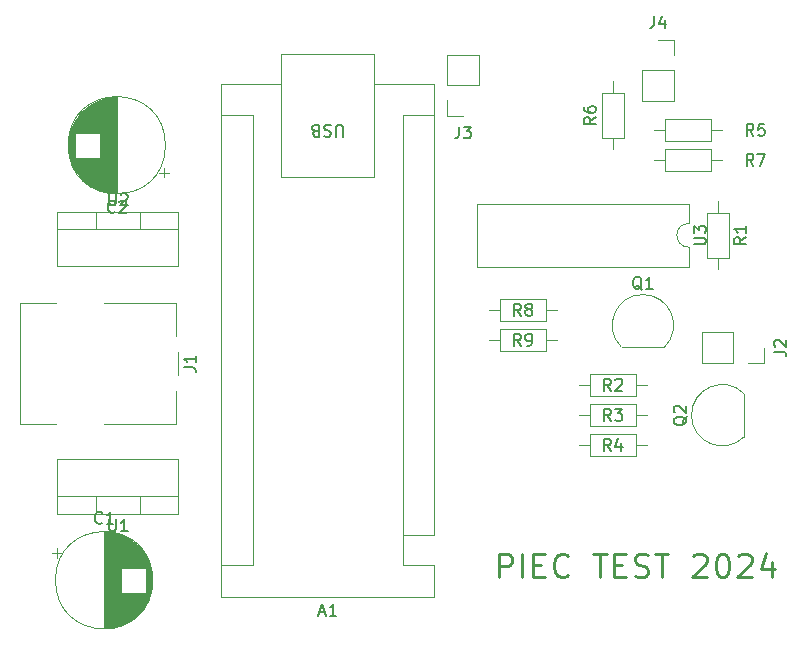
<source format=gbr>
%TF.GenerationSoftware,KiCad,Pcbnew,7.0.2*%
%TF.CreationDate,2024-03-01T12:34:03+01:00*%
%TF.ProjectId,piec_oszust,70696563-5f6f-4737-9a75-73742e6b6963,rev?*%
%TF.SameCoordinates,Original*%
%TF.FileFunction,Legend,Top*%
%TF.FilePolarity,Positive*%
%FSLAX46Y46*%
G04 Gerber Fmt 4.6, Leading zero omitted, Abs format (unit mm)*
G04 Created by KiCad (PCBNEW 7.0.2) date 2024-03-01 12:34:03*
%MOMM*%
%LPD*%
G01*
G04 APERTURE LIST*
%ADD10C,0.250000*%
%ADD11C,0.150000*%
%ADD12C,0.120000*%
G04 APERTURE END LIST*
D10*
X74136190Y-93735238D02*
X74136190Y-91735238D01*
X74136190Y-91735238D02*
X74898095Y-91735238D01*
X74898095Y-91735238D02*
X75088571Y-91830476D01*
X75088571Y-91830476D02*
X75183809Y-91925714D01*
X75183809Y-91925714D02*
X75279047Y-92116190D01*
X75279047Y-92116190D02*
X75279047Y-92401904D01*
X75279047Y-92401904D02*
X75183809Y-92592380D01*
X75183809Y-92592380D02*
X75088571Y-92687619D01*
X75088571Y-92687619D02*
X74898095Y-92782857D01*
X74898095Y-92782857D02*
X74136190Y-92782857D01*
X76136190Y-93735238D02*
X76136190Y-91735238D01*
X77088571Y-92687619D02*
X77755238Y-92687619D01*
X78040952Y-93735238D02*
X77088571Y-93735238D01*
X77088571Y-93735238D02*
X77088571Y-91735238D01*
X77088571Y-91735238D02*
X78040952Y-91735238D01*
X80040952Y-93544761D02*
X79945714Y-93640000D01*
X79945714Y-93640000D02*
X79660000Y-93735238D01*
X79660000Y-93735238D02*
X79469524Y-93735238D01*
X79469524Y-93735238D02*
X79183809Y-93640000D01*
X79183809Y-93640000D02*
X78993333Y-93449523D01*
X78993333Y-93449523D02*
X78898095Y-93259047D01*
X78898095Y-93259047D02*
X78802857Y-92878095D01*
X78802857Y-92878095D02*
X78802857Y-92592380D01*
X78802857Y-92592380D02*
X78898095Y-92211428D01*
X78898095Y-92211428D02*
X78993333Y-92020952D01*
X78993333Y-92020952D02*
X79183809Y-91830476D01*
X79183809Y-91830476D02*
X79469524Y-91735238D01*
X79469524Y-91735238D02*
X79660000Y-91735238D01*
X79660000Y-91735238D02*
X79945714Y-91830476D01*
X79945714Y-91830476D02*
X80040952Y-91925714D01*
X82136191Y-91735238D02*
X83279048Y-91735238D01*
X82707619Y-93735238D02*
X82707619Y-91735238D01*
X83945715Y-92687619D02*
X84612382Y-92687619D01*
X84898096Y-93735238D02*
X83945715Y-93735238D01*
X83945715Y-93735238D02*
X83945715Y-91735238D01*
X83945715Y-91735238D02*
X84898096Y-91735238D01*
X85660001Y-93640000D02*
X85945715Y-93735238D01*
X85945715Y-93735238D02*
X86421906Y-93735238D01*
X86421906Y-93735238D02*
X86612382Y-93640000D01*
X86612382Y-93640000D02*
X86707620Y-93544761D01*
X86707620Y-93544761D02*
X86802858Y-93354285D01*
X86802858Y-93354285D02*
X86802858Y-93163809D01*
X86802858Y-93163809D02*
X86707620Y-92973333D01*
X86707620Y-92973333D02*
X86612382Y-92878095D01*
X86612382Y-92878095D02*
X86421906Y-92782857D01*
X86421906Y-92782857D02*
X86040953Y-92687619D01*
X86040953Y-92687619D02*
X85850477Y-92592380D01*
X85850477Y-92592380D02*
X85755239Y-92497142D01*
X85755239Y-92497142D02*
X85660001Y-92306666D01*
X85660001Y-92306666D02*
X85660001Y-92116190D01*
X85660001Y-92116190D02*
X85755239Y-91925714D01*
X85755239Y-91925714D02*
X85850477Y-91830476D01*
X85850477Y-91830476D02*
X86040953Y-91735238D01*
X86040953Y-91735238D02*
X86517144Y-91735238D01*
X86517144Y-91735238D02*
X86802858Y-91830476D01*
X87374287Y-91735238D02*
X88517144Y-91735238D01*
X87945715Y-93735238D02*
X87945715Y-91735238D01*
X90612383Y-91925714D02*
X90707621Y-91830476D01*
X90707621Y-91830476D02*
X90898097Y-91735238D01*
X90898097Y-91735238D02*
X91374288Y-91735238D01*
X91374288Y-91735238D02*
X91564764Y-91830476D01*
X91564764Y-91830476D02*
X91660002Y-91925714D01*
X91660002Y-91925714D02*
X91755240Y-92116190D01*
X91755240Y-92116190D02*
X91755240Y-92306666D01*
X91755240Y-92306666D02*
X91660002Y-92592380D01*
X91660002Y-92592380D02*
X90517145Y-93735238D01*
X90517145Y-93735238D02*
X91755240Y-93735238D01*
X92993335Y-91735238D02*
X93183812Y-91735238D01*
X93183812Y-91735238D02*
X93374288Y-91830476D01*
X93374288Y-91830476D02*
X93469526Y-91925714D01*
X93469526Y-91925714D02*
X93564764Y-92116190D01*
X93564764Y-92116190D02*
X93660002Y-92497142D01*
X93660002Y-92497142D02*
X93660002Y-92973333D01*
X93660002Y-92973333D02*
X93564764Y-93354285D01*
X93564764Y-93354285D02*
X93469526Y-93544761D01*
X93469526Y-93544761D02*
X93374288Y-93640000D01*
X93374288Y-93640000D02*
X93183812Y-93735238D01*
X93183812Y-93735238D02*
X92993335Y-93735238D01*
X92993335Y-93735238D02*
X92802859Y-93640000D01*
X92802859Y-93640000D02*
X92707621Y-93544761D01*
X92707621Y-93544761D02*
X92612383Y-93354285D01*
X92612383Y-93354285D02*
X92517145Y-92973333D01*
X92517145Y-92973333D02*
X92517145Y-92497142D01*
X92517145Y-92497142D02*
X92612383Y-92116190D01*
X92612383Y-92116190D02*
X92707621Y-91925714D01*
X92707621Y-91925714D02*
X92802859Y-91830476D01*
X92802859Y-91830476D02*
X92993335Y-91735238D01*
X94421907Y-91925714D02*
X94517145Y-91830476D01*
X94517145Y-91830476D02*
X94707621Y-91735238D01*
X94707621Y-91735238D02*
X95183812Y-91735238D01*
X95183812Y-91735238D02*
X95374288Y-91830476D01*
X95374288Y-91830476D02*
X95469526Y-91925714D01*
X95469526Y-91925714D02*
X95564764Y-92116190D01*
X95564764Y-92116190D02*
X95564764Y-92306666D01*
X95564764Y-92306666D02*
X95469526Y-92592380D01*
X95469526Y-92592380D02*
X94326669Y-93735238D01*
X94326669Y-93735238D02*
X95564764Y-93735238D01*
X97279050Y-92401904D02*
X97279050Y-93735238D01*
X96802859Y-91640000D02*
X96326669Y-93068571D01*
X96326669Y-93068571D02*
X97564764Y-93068571D01*
D11*
%TO.C,A1*%
X58975714Y-96696904D02*
X59451904Y-96696904D01*
X58880476Y-96982619D02*
X59213809Y-95982619D01*
X59213809Y-95982619D02*
X59547142Y-96982619D01*
X60404285Y-96982619D02*
X59832857Y-96982619D01*
X60118571Y-96982619D02*
X60118571Y-95982619D01*
X60118571Y-95982619D02*
X60023333Y-96125476D01*
X60023333Y-96125476D02*
X59928095Y-96220714D01*
X59928095Y-96220714D02*
X59832857Y-96268333D01*
X60951904Y-56417380D02*
X60951904Y-55607857D01*
X60951904Y-55607857D02*
X60904285Y-55512619D01*
X60904285Y-55512619D02*
X60856666Y-55465000D01*
X60856666Y-55465000D02*
X60761428Y-55417380D01*
X60761428Y-55417380D02*
X60570952Y-55417380D01*
X60570952Y-55417380D02*
X60475714Y-55465000D01*
X60475714Y-55465000D02*
X60428095Y-55512619D01*
X60428095Y-55512619D02*
X60380476Y-55607857D01*
X60380476Y-55607857D02*
X60380476Y-56417380D01*
X59951904Y-55465000D02*
X59809047Y-55417380D01*
X59809047Y-55417380D02*
X59570952Y-55417380D01*
X59570952Y-55417380D02*
X59475714Y-55465000D01*
X59475714Y-55465000D02*
X59428095Y-55512619D01*
X59428095Y-55512619D02*
X59380476Y-55607857D01*
X59380476Y-55607857D02*
X59380476Y-55703095D01*
X59380476Y-55703095D02*
X59428095Y-55798333D01*
X59428095Y-55798333D02*
X59475714Y-55845952D01*
X59475714Y-55845952D02*
X59570952Y-55893571D01*
X59570952Y-55893571D02*
X59761428Y-55941190D01*
X59761428Y-55941190D02*
X59856666Y-55988809D01*
X59856666Y-55988809D02*
X59904285Y-56036428D01*
X59904285Y-56036428D02*
X59951904Y-56131666D01*
X59951904Y-56131666D02*
X59951904Y-56226904D01*
X59951904Y-56226904D02*
X59904285Y-56322142D01*
X59904285Y-56322142D02*
X59856666Y-56369761D01*
X59856666Y-56369761D02*
X59761428Y-56417380D01*
X59761428Y-56417380D02*
X59523333Y-56417380D01*
X59523333Y-56417380D02*
X59380476Y-56369761D01*
X58618571Y-55941190D02*
X58475714Y-55893571D01*
X58475714Y-55893571D02*
X58428095Y-55845952D01*
X58428095Y-55845952D02*
X58380476Y-55750714D01*
X58380476Y-55750714D02*
X58380476Y-55607857D01*
X58380476Y-55607857D02*
X58428095Y-55512619D01*
X58428095Y-55512619D02*
X58475714Y-55465000D01*
X58475714Y-55465000D02*
X58570952Y-55417380D01*
X58570952Y-55417380D02*
X58951904Y-55417380D01*
X58951904Y-55417380D02*
X58951904Y-56417380D01*
X58951904Y-56417380D02*
X58618571Y-56417380D01*
X58618571Y-56417380D02*
X58523333Y-56369761D01*
X58523333Y-56369761D02*
X58475714Y-56322142D01*
X58475714Y-56322142D02*
X58428095Y-56226904D01*
X58428095Y-56226904D02*
X58428095Y-56131666D01*
X58428095Y-56131666D02*
X58475714Y-56036428D01*
X58475714Y-56036428D02*
X58523333Y-55988809D01*
X58523333Y-55988809D02*
X58618571Y-55941190D01*
X58618571Y-55941190D02*
X58951904Y-55941190D01*
%TO.C,R1*%
X95092619Y-64936666D02*
X94616428Y-65269999D01*
X95092619Y-65508094D02*
X94092619Y-65508094D01*
X94092619Y-65508094D02*
X94092619Y-65127142D01*
X94092619Y-65127142D02*
X94140238Y-65031904D01*
X94140238Y-65031904D02*
X94187857Y-64984285D01*
X94187857Y-64984285D02*
X94283095Y-64936666D01*
X94283095Y-64936666D02*
X94425952Y-64936666D01*
X94425952Y-64936666D02*
X94521190Y-64984285D01*
X94521190Y-64984285D02*
X94568809Y-65031904D01*
X94568809Y-65031904D02*
X94616428Y-65127142D01*
X94616428Y-65127142D02*
X94616428Y-65508094D01*
X95092619Y-63984285D02*
X95092619Y-64555713D01*
X95092619Y-64269999D02*
X94092619Y-64269999D01*
X94092619Y-64269999D02*
X94235476Y-64365237D01*
X94235476Y-64365237D02*
X94330714Y-64460475D01*
X94330714Y-64460475D02*
X94378333Y-64555713D01*
%TO.C,J3*%
X70786666Y-55572619D02*
X70786666Y-56286904D01*
X70786666Y-56286904D02*
X70739047Y-56429761D01*
X70739047Y-56429761D02*
X70643809Y-56525000D01*
X70643809Y-56525000D02*
X70500952Y-56572619D01*
X70500952Y-56572619D02*
X70405714Y-56572619D01*
X71167619Y-55572619D02*
X71786666Y-55572619D01*
X71786666Y-55572619D02*
X71453333Y-55953571D01*
X71453333Y-55953571D02*
X71596190Y-55953571D01*
X71596190Y-55953571D02*
X71691428Y-56001190D01*
X71691428Y-56001190D02*
X71739047Y-56048809D01*
X71739047Y-56048809D02*
X71786666Y-56144047D01*
X71786666Y-56144047D02*
X71786666Y-56382142D01*
X71786666Y-56382142D02*
X71739047Y-56477380D01*
X71739047Y-56477380D02*
X71691428Y-56525000D01*
X71691428Y-56525000D02*
X71596190Y-56572619D01*
X71596190Y-56572619D02*
X71310476Y-56572619D01*
X71310476Y-56572619D02*
X71215238Y-56525000D01*
X71215238Y-56525000D02*
X71167619Y-56477380D01*
%TO.C,U2*%
X41148095Y-61232619D02*
X41148095Y-62042142D01*
X41148095Y-62042142D02*
X41195714Y-62137380D01*
X41195714Y-62137380D02*
X41243333Y-62185000D01*
X41243333Y-62185000D02*
X41338571Y-62232619D01*
X41338571Y-62232619D02*
X41529047Y-62232619D01*
X41529047Y-62232619D02*
X41624285Y-62185000D01*
X41624285Y-62185000D02*
X41671904Y-62137380D01*
X41671904Y-62137380D02*
X41719523Y-62042142D01*
X41719523Y-62042142D02*
X41719523Y-61232619D01*
X42148095Y-61327857D02*
X42195714Y-61280238D01*
X42195714Y-61280238D02*
X42290952Y-61232619D01*
X42290952Y-61232619D02*
X42529047Y-61232619D01*
X42529047Y-61232619D02*
X42624285Y-61280238D01*
X42624285Y-61280238D02*
X42671904Y-61327857D01*
X42671904Y-61327857D02*
X42719523Y-61423095D01*
X42719523Y-61423095D02*
X42719523Y-61518333D01*
X42719523Y-61518333D02*
X42671904Y-61661190D01*
X42671904Y-61661190D02*
X42100476Y-62232619D01*
X42100476Y-62232619D02*
X42719523Y-62232619D01*
%TO.C,J2*%
X97482619Y-74628333D02*
X98196904Y-74628333D01*
X98196904Y-74628333D02*
X98339761Y-74675952D01*
X98339761Y-74675952D02*
X98435000Y-74771190D01*
X98435000Y-74771190D02*
X98482619Y-74914047D01*
X98482619Y-74914047D02*
X98482619Y-75009285D01*
X97577857Y-74199761D02*
X97530238Y-74152142D01*
X97530238Y-74152142D02*
X97482619Y-74056904D01*
X97482619Y-74056904D02*
X97482619Y-73818809D01*
X97482619Y-73818809D02*
X97530238Y-73723571D01*
X97530238Y-73723571D02*
X97577857Y-73675952D01*
X97577857Y-73675952D02*
X97673095Y-73628333D01*
X97673095Y-73628333D02*
X97768333Y-73628333D01*
X97768333Y-73628333D02*
X97911190Y-73675952D01*
X97911190Y-73675952D02*
X98482619Y-74247380D01*
X98482619Y-74247380D02*
X98482619Y-73628333D01*
%TO.C,R7*%
X95718333Y-58882619D02*
X95385000Y-58406428D01*
X95146905Y-58882619D02*
X95146905Y-57882619D01*
X95146905Y-57882619D02*
X95527857Y-57882619D01*
X95527857Y-57882619D02*
X95623095Y-57930238D01*
X95623095Y-57930238D02*
X95670714Y-57977857D01*
X95670714Y-57977857D02*
X95718333Y-58073095D01*
X95718333Y-58073095D02*
X95718333Y-58215952D01*
X95718333Y-58215952D02*
X95670714Y-58311190D01*
X95670714Y-58311190D02*
X95623095Y-58358809D01*
X95623095Y-58358809D02*
X95527857Y-58406428D01*
X95527857Y-58406428D02*
X95146905Y-58406428D01*
X96051667Y-57882619D02*
X96718333Y-57882619D01*
X96718333Y-57882619D02*
X96289762Y-58882619D01*
%TO.C,J4*%
X87296666Y-46222619D02*
X87296666Y-46936904D01*
X87296666Y-46936904D02*
X87249047Y-47079761D01*
X87249047Y-47079761D02*
X87153809Y-47175000D01*
X87153809Y-47175000D02*
X87010952Y-47222619D01*
X87010952Y-47222619D02*
X86915714Y-47222619D01*
X88201428Y-46555952D02*
X88201428Y-47222619D01*
X87963333Y-46175000D02*
X87725238Y-46889285D01*
X87725238Y-46889285D02*
X88344285Y-46889285D01*
%TO.C,R3*%
X83653333Y-80472619D02*
X83320000Y-79996428D01*
X83081905Y-80472619D02*
X83081905Y-79472619D01*
X83081905Y-79472619D02*
X83462857Y-79472619D01*
X83462857Y-79472619D02*
X83558095Y-79520238D01*
X83558095Y-79520238D02*
X83605714Y-79567857D01*
X83605714Y-79567857D02*
X83653333Y-79663095D01*
X83653333Y-79663095D02*
X83653333Y-79805952D01*
X83653333Y-79805952D02*
X83605714Y-79901190D01*
X83605714Y-79901190D02*
X83558095Y-79948809D01*
X83558095Y-79948809D02*
X83462857Y-79996428D01*
X83462857Y-79996428D02*
X83081905Y-79996428D01*
X83986667Y-79472619D02*
X84605714Y-79472619D01*
X84605714Y-79472619D02*
X84272381Y-79853571D01*
X84272381Y-79853571D02*
X84415238Y-79853571D01*
X84415238Y-79853571D02*
X84510476Y-79901190D01*
X84510476Y-79901190D02*
X84558095Y-79948809D01*
X84558095Y-79948809D02*
X84605714Y-80044047D01*
X84605714Y-80044047D02*
X84605714Y-80282142D01*
X84605714Y-80282142D02*
X84558095Y-80377380D01*
X84558095Y-80377380D02*
X84510476Y-80425000D01*
X84510476Y-80425000D02*
X84415238Y-80472619D01*
X84415238Y-80472619D02*
X84129524Y-80472619D01*
X84129524Y-80472619D02*
X84034286Y-80425000D01*
X84034286Y-80425000D02*
X83986667Y-80377380D01*
%TO.C,R4*%
X83653333Y-83012619D02*
X83320000Y-82536428D01*
X83081905Y-83012619D02*
X83081905Y-82012619D01*
X83081905Y-82012619D02*
X83462857Y-82012619D01*
X83462857Y-82012619D02*
X83558095Y-82060238D01*
X83558095Y-82060238D02*
X83605714Y-82107857D01*
X83605714Y-82107857D02*
X83653333Y-82203095D01*
X83653333Y-82203095D02*
X83653333Y-82345952D01*
X83653333Y-82345952D02*
X83605714Y-82441190D01*
X83605714Y-82441190D02*
X83558095Y-82488809D01*
X83558095Y-82488809D02*
X83462857Y-82536428D01*
X83462857Y-82536428D02*
X83081905Y-82536428D01*
X84510476Y-82345952D02*
X84510476Y-83012619D01*
X84272381Y-81965000D02*
X84034286Y-82679285D01*
X84034286Y-82679285D02*
X84653333Y-82679285D01*
%TO.C,R9*%
X76033333Y-74122619D02*
X75700000Y-73646428D01*
X75461905Y-74122619D02*
X75461905Y-73122619D01*
X75461905Y-73122619D02*
X75842857Y-73122619D01*
X75842857Y-73122619D02*
X75938095Y-73170238D01*
X75938095Y-73170238D02*
X75985714Y-73217857D01*
X75985714Y-73217857D02*
X76033333Y-73313095D01*
X76033333Y-73313095D02*
X76033333Y-73455952D01*
X76033333Y-73455952D02*
X75985714Y-73551190D01*
X75985714Y-73551190D02*
X75938095Y-73598809D01*
X75938095Y-73598809D02*
X75842857Y-73646428D01*
X75842857Y-73646428D02*
X75461905Y-73646428D01*
X76509524Y-74122619D02*
X76700000Y-74122619D01*
X76700000Y-74122619D02*
X76795238Y-74075000D01*
X76795238Y-74075000D02*
X76842857Y-74027380D01*
X76842857Y-74027380D02*
X76938095Y-73884523D01*
X76938095Y-73884523D02*
X76985714Y-73694047D01*
X76985714Y-73694047D02*
X76985714Y-73313095D01*
X76985714Y-73313095D02*
X76938095Y-73217857D01*
X76938095Y-73217857D02*
X76890476Y-73170238D01*
X76890476Y-73170238D02*
X76795238Y-73122619D01*
X76795238Y-73122619D02*
X76604762Y-73122619D01*
X76604762Y-73122619D02*
X76509524Y-73170238D01*
X76509524Y-73170238D02*
X76461905Y-73217857D01*
X76461905Y-73217857D02*
X76414286Y-73313095D01*
X76414286Y-73313095D02*
X76414286Y-73551190D01*
X76414286Y-73551190D02*
X76461905Y-73646428D01*
X76461905Y-73646428D02*
X76509524Y-73694047D01*
X76509524Y-73694047D02*
X76604762Y-73741666D01*
X76604762Y-73741666D02*
X76795238Y-73741666D01*
X76795238Y-73741666D02*
X76890476Y-73694047D01*
X76890476Y-73694047D02*
X76938095Y-73646428D01*
X76938095Y-73646428D02*
X76985714Y-73551190D01*
%TO.C,R8*%
X76033333Y-71582619D02*
X75700000Y-71106428D01*
X75461905Y-71582619D02*
X75461905Y-70582619D01*
X75461905Y-70582619D02*
X75842857Y-70582619D01*
X75842857Y-70582619D02*
X75938095Y-70630238D01*
X75938095Y-70630238D02*
X75985714Y-70677857D01*
X75985714Y-70677857D02*
X76033333Y-70773095D01*
X76033333Y-70773095D02*
X76033333Y-70915952D01*
X76033333Y-70915952D02*
X75985714Y-71011190D01*
X75985714Y-71011190D02*
X75938095Y-71058809D01*
X75938095Y-71058809D02*
X75842857Y-71106428D01*
X75842857Y-71106428D02*
X75461905Y-71106428D01*
X76604762Y-71011190D02*
X76509524Y-70963571D01*
X76509524Y-70963571D02*
X76461905Y-70915952D01*
X76461905Y-70915952D02*
X76414286Y-70820714D01*
X76414286Y-70820714D02*
X76414286Y-70773095D01*
X76414286Y-70773095D02*
X76461905Y-70677857D01*
X76461905Y-70677857D02*
X76509524Y-70630238D01*
X76509524Y-70630238D02*
X76604762Y-70582619D01*
X76604762Y-70582619D02*
X76795238Y-70582619D01*
X76795238Y-70582619D02*
X76890476Y-70630238D01*
X76890476Y-70630238D02*
X76938095Y-70677857D01*
X76938095Y-70677857D02*
X76985714Y-70773095D01*
X76985714Y-70773095D02*
X76985714Y-70820714D01*
X76985714Y-70820714D02*
X76938095Y-70915952D01*
X76938095Y-70915952D02*
X76890476Y-70963571D01*
X76890476Y-70963571D02*
X76795238Y-71011190D01*
X76795238Y-71011190D02*
X76604762Y-71011190D01*
X76604762Y-71011190D02*
X76509524Y-71058809D01*
X76509524Y-71058809D02*
X76461905Y-71106428D01*
X76461905Y-71106428D02*
X76414286Y-71201666D01*
X76414286Y-71201666D02*
X76414286Y-71392142D01*
X76414286Y-71392142D02*
X76461905Y-71487380D01*
X76461905Y-71487380D02*
X76509524Y-71535000D01*
X76509524Y-71535000D02*
X76604762Y-71582619D01*
X76604762Y-71582619D02*
X76795238Y-71582619D01*
X76795238Y-71582619D02*
X76890476Y-71535000D01*
X76890476Y-71535000D02*
X76938095Y-71487380D01*
X76938095Y-71487380D02*
X76985714Y-71392142D01*
X76985714Y-71392142D02*
X76985714Y-71201666D01*
X76985714Y-71201666D02*
X76938095Y-71106428D01*
X76938095Y-71106428D02*
X76890476Y-71058809D01*
X76890476Y-71058809D02*
X76795238Y-71011190D01*
%TO.C,C1*%
X40570682Y-89097380D02*
X40523063Y-89145000D01*
X40523063Y-89145000D02*
X40380206Y-89192619D01*
X40380206Y-89192619D02*
X40284968Y-89192619D01*
X40284968Y-89192619D02*
X40142111Y-89145000D01*
X40142111Y-89145000D02*
X40046873Y-89049761D01*
X40046873Y-89049761D02*
X39999254Y-88954523D01*
X39999254Y-88954523D02*
X39951635Y-88764047D01*
X39951635Y-88764047D02*
X39951635Y-88621190D01*
X39951635Y-88621190D02*
X39999254Y-88430714D01*
X39999254Y-88430714D02*
X40046873Y-88335476D01*
X40046873Y-88335476D02*
X40142111Y-88240238D01*
X40142111Y-88240238D02*
X40284968Y-88192619D01*
X40284968Y-88192619D02*
X40380206Y-88192619D01*
X40380206Y-88192619D02*
X40523063Y-88240238D01*
X40523063Y-88240238D02*
X40570682Y-88287857D01*
X41523063Y-89192619D02*
X40951635Y-89192619D01*
X41237349Y-89192619D02*
X41237349Y-88192619D01*
X41237349Y-88192619D02*
X41142111Y-88335476D01*
X41142111Y-88335476D02*
X41046873Y-88430714D01*
X41046873Y-88430714D02*
X40951635Y-88478333D01*
%TO.C,U3*%
X90692619Y-65531904D02*
X91502142Y-65531904D01*
X91502142Y-65531904D02*
X91597380Y-65484285D01*
X91597380Y-65484285D02*
X91645000Y-65436666D01*
X91645000Y-65436666D02*
X91692619Y-65341428D01*
X91692619Y-65341428D02*
X91692619Y-65150952D01*
X91692619Y-65150952D02*
X91645000Y-65055714D01*
X91645000Y-65055714D02*
X91597380Y-65008095D01*
X91597380Y-65008095D02*
X91502142Y-64960476D01*
X91502142Y-64960476D02*
X90692619Y-64960476D01*
X90692619Y-64579523D02*
X90692619Y-63960476D01*
X90692619Y-63960476D02*
X91073571Y-64293809D01*
X91073571Y-64293809D02*
X91073571Y-64150952D01*
X91073571Y-64150952D02*
X91121190Y-64055714D01*
X91121190Y-64055714D02*
X91168809Y-64008095D01*
X91168809Y-64008095D02*
X91264047Y-63960476D01*
X91264047Y-63960476D02*
X91502142Y-63960476D01*
X91502142Y-63960476D02*
X91597380Y-64008095D01*
X91597380Y-64008095D02*
X91645000Y-64055714D01*
X91645000Y-64055714D02*
X91692619Y-64150952D01*
X91692619Y-64150952D02*
X91692619Y-64436666D01*
X91692619Y-64436666D02*
X91645000Y-64531904D01*
X91645000Y-64531904D02*
X91597380Y-64579523D01*
%TO.C,R2*%
X83653333Y-77932619D02*
X83320000Y-77456428D01*
X83081905Y-77932619D02*
X83081905Y-76932619D01*
X83081905Y-76932619D02*
X83462857Y-76932619D01*
X83462857Y-76932619D02*
X83558095Y-76980238D01*
X83558095Y-76980238D02*
X83605714Y-77027857D01*
X83605714Y-77027857D02*
X83653333Y-77123095D01*
X83653333Y-77123095D02*
X83653333Y-77265952D01*
X83653333Y-77265952D02*
X83605714Y-77361190D01*
X83605714Y-77361190D02*
X83558095Y-77408809D01*
X83558095Y-77408809D02*
X83462857Y-77456428D01*
X83462857Y-77456428D02*
X83081905Y-77456428D01*
X84034286Y-77027857D02*
X84081905Y-76980238D01*
X84081905Y-76980238D02*
X84177143Y-76932619D01*
X84177143Y-76932619D02*
X84415238Y-76932619D01*
X84415238Y-76932619D02*
X84510476Y-76980238D01*
X84510476Y-76980238D02*
X84558095Y-77027857D01*
X84558095Y-77027857D02*
X84605714Y-77123095D01*
X84605714Y-77123095D02*
X84605714Y-77218333D01*
X84605714Y-77218333D02*
X84558095Y-77361190D01*
X84558095Y-77361190D02*
X83986667Y-77932619D01*
X83986667Y-77932619D02*
X84605714Y-77932619D01*
%TO.C,C2*%
X41645984Y-62767380D02*
X41598365Y-62815000D01*
X41598365Y-62815000D02*
X41455508Y-62862619D01*
X41455508Y-62862619D02*
X41360270Y-62862619D01*
X41360270Y-62862619D02*
X41217413Y-62815000D01*
X41217413Y-62815000D02*
X41122175Y-62719761D01*
X41122175Y-62719761D02*
X41074556Y-62624523D01*
X41074556Y-62624523D02*
X41026937Y-62434047D01*
X41026937Y-62434047D02*
X41026937Y-62291190D01*
X41026937Y-62291190D02*
X41074556Y-62100714D01*
X41074556Y-62100714D02*
X41122175Y-62005476D01*
X41122175Y-62005476D02*
X41217413Y-61910238D01*
X41217413Y-61910238D02*
X41360270Y-61862619D01*
X41360270Y-61862619D02*
X41455508Y-61862619D01*
X41455508Y-61862619D02*
X41598365Y-61910238D01*
X41598365Y-61910238D02*
X41645984Y-61957857D01*
X42026937Y-61957857D02*
X42074556Y-61910238D01*
X42074556Y-61910238D02*
X42169794Y-61862619D01*
X42169794Y-61862619D02*
X42407889Y-61862619D01*
X42407889Y-61862619D02*
X42503127Y-61910238D01*
X42503127Y-61910238D02*
X42550746Y-61957857D01*
X42550746Y-61957857D02*
X42598365Y-62053095D01*
X42598365Y-62053095D02*
X42598365Y-62148333D01*
X42598365Y-62148333D02*
X42550746Y-62291190D01*
X42550746Y-62291190D02*
X41979318Y-62862619D01*
X41979318Y-62862619D02*
X42598365Y-62862619D01*
%TO.C,J1*%
X47482619Y-75953333D02*
X48196904Y-75953333D01*
X48196904Y-75953333D02*
X48339761Y-76000952D01*
X48339761Y-76000952D02*
X48435000Y-76096190D01*
X48435000Y-76096190D02*
X48482619Y-76239047D01*
X48482619Y-76239047D02*
X48482619Y-76334285D01*
X48482619Y-74953333D02*
X48482619Y-75524761D01*
X48482619Y-75239047D02*
X47482619Y-75239047D01*
X47482619Y-75239047D02*
X47625476Y-75334285D01*
X47625476Y-75334285D02*
X47720714Y-75429523D01*
X47720714Y-75429523D02*
X47768333Y-75524761D01*
%TO.C,R6*%
X82362619Y-54776666D02*
X81886428Y-55109999D01*
X82362619Y-55348094D02*
X81362619Y-55348094D01*
X81362619Y-55348094D02*
X81362619Y-54967142D01*
X81362619Y-54967142D02*
X81410238Y-54871904D01*
X81410238Y-54871904D02*
X81457857Y-54824285D01*
X81457857Y-54824285D02*
X81553095Y-54776666D01*
X81553095Y-54776666D02*
X81695952Y-54776666D01*
X81695952Y-54776666D02*
X81791190Y-54824285D01*
X81791190Y-54824285D02*
X81838809Y-54871904D01*
X81838809Y-54871904D02*
X81886428Y-54967142D01*
X81886428Y-54967142D02*
X81886428Y-55348094D01*
X81362619Y-53919523D02*
X81362619Y-54109999D01*
X81362619Y-54109999D02*
X81410238Y-54205237D01*
X81410238Y-54205237D02*
X81457857Y-54252856D01*
X81457857Y-54252856D02*
X81600714Y-54348094D01*
X81600714Y-54348094D02*
X81791190Y-54395713D01*
X81791190Y-54395713D02*
X82172142Y-54395713D01*
X82172142Y-54395713D02*
X82267380Y-54348094D01*
X82267380Y-54348094D02*
X82315000Y-54300475D01*
X82315000Y-54300475D02*
X82362619Y-54205237D01*
X82362619Y-54205237D02*
X82362619Y-54014761D01*
X82362619Y-54014761D02*
X82315000Y-53919523D01*
X82315000Y-53919523D02*
X82267380Y-53871904D01*
X82267380Y-53871904D02*
X82172142Y-53824285D01*
X82172142Y-53824285D02*
X81934047Y-53824285D01*
X81934047Y-53824285D02*
X81838809Y-53871904D01*
X81838809Y-53871904D02*
X81791190Y-53919523D01*
X81791190Y-53919523D02*
X81743571Y-54014761D01*
X81743571Y-54014761D02*
X81743571Y-54205237D01*
X81743571Y-54205237D02*
X81791190Y-54300475D01*
X81791190Y-54300475D02*
X81838809Y-54348094D01*
X81838809Y-54348094D02*
X81934047Y-54395713D01*
%TO.C,U1*%
X41148095Y-88822619D02*
X41148095Y-89632142D01*
X41148095Y-89632142D02*
X41195714Y-89727380D01*
X41195714Y-89727380D02*
X41243333Y-89775000D01*
X41243333Y-89775000D02*
X41338571Y-89822619D01*
X41338571Y-89822619D02*
X41529047Y-89822619D01*
X41529047Y-89822619D02*
X41624285Y-89775000D01*
X41624285Y-89775000D02*
X41671904Y-89727380D01*
X41671904Y-89727380D02*
X41719523Y-89632142D01*
X41719523Y-89632142D02*
X41719523Y-88822619D01*
X42719523Y-89822619D02*
X42148095Y-89822619D01*
X42433809Y-89822619D02*
X42433809Y-88822619D01*
X42433809Y-88822619D02*
X42338571Y-88965476D01*
X42338571Y-88965476D02*
X42243333Y-89060714D01*
X42243333Y-89060714D02*
X42148095Y-89108333D01*
%TO.C,Q2*%
X90067857Y-80105238D02*
X90020238Y-80200476D01*
X90020238Y-80200476D02*
X89925000Y-80295714D01*
X89925000Y-80295714D02*
X89782142Y-80438571D01*
X89782142Y-80438571D02*
X89734523Y-80533809D01*
X89734523Y-80533809D02*
X89734523Y-80629047D01*
X89972619Y-80581428D02*
X89925000Y-80676666D01*
X89925000Y-80676666D02*
X89829761Y-80771904D01*
X89829761Y-80771904D02*
X89639285Y-80819523D01*
X89639285Y-80819523D02*
X89305952Y-80819523D01*
X89305952Y-80819523D02*
X89115476Y-80771904D01*
X89115476Y-80771904D02*
X89020238Y-80676666D01*
X89020238Y-80676666D02*
X88972619Y-80581428D01*
X88972619Y-80581428D02*
X88972619Y-80390952D01*
X88972619Y-80390952D02*
X89020238Y-80295714D01*
X89020238Y-80295714D02*
X89115476Y-80200476D01*
X89115476Y-80200476D02*
X89305952Y-80152857D01*
X89305952Y-80152857D02*
X89639285Y-80152857D01*
X89639285Y-80152857D02*
X89829761Y-80200476D01*
X89829761Y-80200476D02*
X89925000Y-80295714D01*
X89925000Y-80295714D02*
X89972619Y-80390952D01*
X89972619Y-80390952D02*
X89972619Y-80581428D01*
X89067857Y-79771904D02*
X89020238Y-79724285D01*
X89020238Y-79724285D02*
X88972619Y-79629047D01*
X88972619Y-79629047D02*
X88972619Y-79390952D01*
X88972619Y-79390952D02*
X89020238Y-79295714D01*
X89020238Y-79295714D02*
X89067857Y-79248095D01*
X89067857Y-79248095D02*
X89163095Y-79200476D01*
X89163095Y-79200476D02*
X89258333Y-79200476D01*
X89258333Y-79200476D02*
X89401190Y-79248095D01*
X89401190Y-79248095D02*
X89972619Y-79819523D01*
X89972619Y-79819523D02*
X89972619Y-79200476D01*
%TO.C,R5*%
X95718333Y-56342619D02*
X95385000Y-55866428D01*
X95146905Y-56342619D02*
X95146905Y-55342619D01*
X95146905Y-55342619D02*
X95527857Y-55342619D01*
X95527857Y-55342619D02*
X95623095Y-55390238D01*
X95623095Y-55390238D02*
X95670714Y-55437857D01*
X95670714Y-55437857D02*
X95718333Y-55533095D01*
X95718333Y-55533095D02*
X95718333Y-55675952D01*
X95718333Y-55675952D02*
X95670714Y-55771190D01*
X95670714Y-55771190D02*
X95623095Y-55818809D01*
X95623095Y-55818809D02*
X95527857Y-55866428D01*
X95527857Y-55866428D02*
X95146905Y-55866428D01*
X96623095Y-55342619D02*
X96146905Y-55342619D01*
X96146905Y-55342619D02*
X96099286Y-55818809D01*
X96099286Y-55818809D02*
X96146905Y-55771190D01*
X96146905Y-55771190D02*
X96242143Y-55723571D01*
X96242143Y-55723571D02*
X96480238Y-55723571D01*
X96480238Y-55723571D02*
X96575476Y-55771190D01*
X96575476Y-55771190D02*
X96623095Y-55818809D01*
X96623095Y-55818809D02*
X96670714Y-55914047D01*
X96670714Y-55914047D02*
X96670714Y-56152142D01*
X96670714Y-56152142D02*
X96623095Y-56247380D01*
X96623095Y-56247380D02*
X96575476Y-56295000D01*
X96575476Y-56295000D02*
X96480238Y-56342619D01*
X96480238Y-56342619D02*
X96242143Y-56342619D01*
X96242143Y-56342619D02*
X96146905Y-56295000D01*
X96146905Y-56295000D02*
X96099286Y-56247380D01*
%TO.C,Q1*%
X86264761Y-69387857D02*
X86169523Y-69340238D01*
X86169523Y-69340238D02*
X86074285Y-69245000D01*
X86074285Y-69245000D02*
X85931428Y-69102142D01*
X85931428Y-69102142D02*
X85836190Y-69054523D01*
X85836190Y-69054523D02*
X85740952Y-69054523D01*
X85788571Y-69292619D02*
X85693333Y-69245000D01*
X85693333Y-69245000D02*
X85598095Y-69149761D01*
X85598095Y-69149761D02*
X85550476Y-68959285D01*
X85550476Y-68959285D02*
X85550476Y-68625952D01*
X85550476Y-68625952D02*
X85598095Y-68435476D01*
X85598095Y-68435476D02*
X85693333Y-68340238D01*
X85693333Y-68340238D02*
X85788571Y-68292619D01*
X85788571Y-68292619D02*
X85979047Y-68292619D01*
X85979047Y-68292619D02*
X86074285Y-68340238D01*
X86074285Y-68340238D02*
X86169523Y-68435476D01*
X86169523Y-68435476D02*
X86217142Y-68625952D01*
X86217142Y-68625952D02*
X86217142Y-68959285D01*
X86217142Y-68959285D02*
X86169523Y-69149761D01*
X86169523Y-69149761D02*
X86074285Y-69245000D01*
X86074285Y-69245000D02*
X85979047Y-69292619D01*
X85979047Y-69292619D02*
X85788571Y-69292619D01*
X87169523Y-69292619D02*
X86598095Y-69292619D01*
X86883809Y-69292619D02*
X86883809Y-68292619D01*
X86883809Y-68292619D02*
X86788571Y-68435476D01*
X86788571Y-68435476D02*
X86693333Y-68530714D01*
X86693333Y-68530714D02*
X86598095Y-68578333D01*
D12*
%TO.C,A1*%
X68710000Y-95380000D02*
X68710000Y-92710000D01*
X68710000Y-90170000D02*
X68710000Y-51940000D01*
X68710000Y-51940000D02*
X63630000Y-51940000D01*
X66040000Y-92710000D02*
X68710000Y-92710000D01*
X66040000Y-90170000D02*
X68710000Y-90170000D01*
X66040000Y-90170000D02*
X66040000Y-92710000D01*
X66040000Y-90170000D02*
X66040000Y-54610000D01*
X66040000Y-54610000D02*
X68710000Y-54610000D01*
X63630000Y-59820000D02*
X55750000Y-59820000D01*
X63630000Y-49400000D02*
X63630000Y-59820000D01*
X55750000Y-59820000D02*
X55750000Y-49400000D01*
X55750000Y-49400000D02*
X63630000Y-49400000D01*
X53340000Y-92710000D02*
X53340000Y-54610000D01*
X53340000Y-92710000D02*
X50670000Y-92710000D01*
X53340000Y-54610000D02*
X50670000Y-54610000D01*
X50670000Y-95380000D02*
X68710000Y-95380000D01*
X50670000Y-51940000D02*
X55750000Y-51940000D01*
X50670000Y-51940000D02*
X50670000Y-95380000D01*
%TO.C,R1*%
X92710000Y-61900000D02*
X92710000Y-62850000D01*
X93630000Y-62850000D02*
X91790000Y-62850000D01*
X91790000Y-62850000D02*
X91790000Y-66690000D01*
X93630000Y-66690000D02*
X93630000Y-62850000D01*
X91790000Y-66690000D02*
X93630000Y-66690000D01*
X92710000Y-67640000D02*
X92710000Y-66690000D01*
%TO.C,J3*%
X72450000Y-52070000D02*
X72450000Y-49470000D01*
X72450000Y-52070000D02*
X69790000Y-52070000D01*
X72450000Y-49470000D02*
X69790000Y-49470000D01*
X71120000Y-54670000D02*
X69790000Y-54670000D01*
X69790000Y-54670000D02*
X69790000Y-53340000D01*
X69790000Y-52070000D02*
X69790000Y-49470000D01*
%TO.C,U2*%
X36790000Y-62770000D02*
X36790000Y-67411000D01*
X36790000Y-62770000D02*
X47030000Y-62770000D01*
X36790000Y-64280000D02*
X47030000Y-64280000D01*
X36790000Y-67411000D02*
X47030000Y-67411000D01*
X40060000Y-62770000D02*
X40060000Y-64280000D01*
X43761000Y-62770000D02*
X43761000Y-64280000D01*
X47030000Y-62770000D02*
X47030000Y-67411000D01*
%TO.C,J2*%
X93980000Y-72965000D02*
X91380000Y-72965000D01*
X93980000Y-72965000D02*
X93980000Y-75625000D01*
X91380000Y-72965000D02*
X91380000Y-75625000D01*
X96580000Y-74295000D02*
X96580000Y-75625000D01*
X96580000Y-75625000D02*
X95250000Y-75625000D01*
X93980000Y-75625000D02*
X91380000Y-75625000D01*
%TO.C,R7*%
X93040000Y-58420000D02*
X92090000Y-58420000D01*
X92090000Y-59340000D02*
X92090000Y-57500000D01*
X92090000Y-57500000D02*
X88250000Y-57500000D01*
X88250000Y-59340000D02*
X92090000Y-59340000D01*
X88250000Y-57500000D02*
X88250000Y-59340000D01*
X87300000Y-58420000D02*
X88250000Y-58420000D01*
%TO.C,J4*%
X86300000Y-50800000D02*
X86300000Y-53400000D01*
X86300000Y-50800000D02*
X88960000Y-50800000D01*
X86300000Y-53400000D02*
X88960000Y-53400000D01*
X87630000Y-48200000D02*
X88960000Y-48200000D01*
X88960000Y-48200000D02*
X88960000Y-49530000D01*
X88960000Y-50800000D02*
X88960000Y-53400000D01*
%TO.C,R3*%
X86690000Y-80010000D02*
X85740000Y-80010000D01*
X85740000Y-80930000D02*
X85740000Y-79090000D01*
X85740000Y-79090000D02*
X81900000Y-79090000D01*
X81900000Y-80930000D02*
X85740000Y-80930000D01*
X81900000Y-79090000D02*
X81900000Y-80930000D01*
X80950000Y-80010000D02*
X81900000Y-80010000D01*
%TO.C,R4*%
X80950000Y-82550000D02*
X81900000Y-82550000D01*
X81900000Y-81630000D02*
X81900000Y-83470000D01*
X81900000Y-83470000D02*
X85740000Y-83470000D01*
X85740000Y-81630000D02*
X81900000Y-81630000D01*
X85740000Y-83470000D02*
X85740000Y-81630000D01*
X86690000Y-82550000D02*
X85740000Y-82550000D01*
%TO.C,R9*%
X73330000Y-73660000D02*
X74280000Y-73660000D01*
X74280000Y-72740000D02*
X74280000Y-74580000D01*
X74280000Y-74580000D02*
X78120000Y-74580000D01*
X78120000Y-72740000D02*
X74280000Y-72740000D01*
X78120000Y-74580000D02*
X78120000Y-72740000D01*
X79070000Y-73660000D02*
X78120000Y-73660000D01*
%TO.C,R8*%
X79070000Y-71120000D02*
X78120000Y-71120000D01*
X78120000Y-72040000D02*
X78120000Y-70200000D01*
X78120000Y-70200000D02*
X74280000Y-70200000D01*
X74280000Y-72040000D02*
X78120000Y-72040000D01*
X74280000Y-70200000D02*
X74280000Y-72040000D01*
X73330000Y-71120000D02*
X74280000Y-71120000D01*
%TO.C,C1*%
X36327651Y-91665000D02*
X37127651Y-91665000D01*
X36727651Y-91265000D02*
X36727651Y-92065000D01*
X40737349Y-89900000D02*
X40737349Y-98060000D01*
X40777349Y-89900000D02*
X40777349Y-98060000D01*
X40817349Y-89900000D02*
X40817349Y-98060000D01*
X40857349Y-89901000D02*
X40857349Y-98059000D01*
X40897349Y-89903000D02*
X40897349Y-98057000D01*
X40937349Y-89904000D02*
X40937349Y-98056000D01*
X40977349Y-89906000D02*
X40977349Y-98054000D01*
X41017349Y-89909000D02*
X41017349Y-98051000D01*
X41057349Y-89912000D02*
X41057349Y-98048000D01*
X41097349Y-89915000D02*
X41097349Y-98045000D01*
X41137349Y-89919000D02*
X41137349Y-98041000D01*
X41177349Y-89923000D02*
X41177349Y-98037000D01*
X41217349Y-89928000D02*
X41217349Y-98032000D01*
X41257349Y-89932000D02*
X41257349Y-98028000D01*
X41297349Y-89938000D02*
X41297349Y-98022000D01*
X41337349Y-89943000D02*
X41337349Y-98017000D01*
X41377349Y-89950000D02*
X41377349Y-98010000D01*
X41417349Y-89956000D02*
X41417349Y-98004000D01*
X41458349Y-89963000D02*
X41458349Y-97997000D01*
X41498349Y-89970000D02*
X41498349Y-97990000D01*
X41538349Y-89978000D02*
X41538349Y-97982000D01*
X41578349Y-89986000D02*
X41578349Y-97974000D01*
X41618349Y-89995000D02*
X41618349Y-97965000D01*
X41658349Y-90004000D02*
X41658349Y-97956000D01*
X41698349Y-90013000D02*
X41698349Y-97947000D01*
X41738349Y-90023000D02*
X41738349Y-97937000D01*
X41778349Y-90033000D02*
X41778349Y-97927000D01*
X41818349Y-90044000D02*
X41818349Y-97916000D01*
X41858349Y-90055000D02*
X41858349Y-97905000D01*
X41898349Y-90066000D02*
X41898349Y-97894000D01*
X41938349Y-90078000D02*
X41938349Y-97882000D01*
X41978349Y-90091000D02*
X41978349Y-97869000D01*
X42018349Y-90103000D02*
X42018349Y-97857000D01*
X42058349Y-90117000D02*
X42058349Y-97843000D01*
X42098349Y-90130000D02*
X42098349Y-97830000D01*
X42138349Y-90145000D02*
X42138349Y-97815000D01*
X42178349Y-90159000D02*
X42178349Y-97801000D01*
X42218349Y-90175000D02*
X42218349Y-92940000D01*
X42218349Y-95020000D02*
X42218349Y-97785000D01*
X42258349Y-90190000D02*
X42258349Y-92940000D01*
X42258349Y-95020000D02*
X42258349Y-97770000D01*
X42298349Y-90206000D02*
X42298349Y-92940000D01*
X42298349Y-95020000D02*
X42298349Y-97754000D01*
X42338349Y-90223000D02*
X42338349Y-92940000D01*
X42338349Y-95020000D02*
X42338349Y-97737000D01*
X42378349Y-90240000D02*
X42378349Y-92940000D01*
X42378349Y-95020000D02*
X42378349Y-97720000D01*
X42418349Y-90258000D02*
X42418349Y-92940000D01*
X42418349Y-95020000D02*
X42418349Y-97702000D01*
X42458349Y-90276000D02*
X42458349Y-92940000D01*
X42458349Y-95020000D02*
X42458349Y-97684000D01*
X42498349Y-90294000D02*
X42498349Y-92940000D01*
X42498349Y-95020000D02*
X42498349Y-97666000D01*
X42538349Y-90314000D02*
X42538349Y-92940000D01*
X42538349Y-95020000D02*
X42538349Y-97646000D01*
X42578349Y-90333000D02*
X42578349Y-92940000D01*
X42578349Y-95020000D02*
X42578349Y-97627000D01*
X42618349Y-90353000D02*
X42618349Y-92940000D01*
X42618349Y-95020000D02*
X42618349Y-97607000D01*
X42658349Y-90374000D02*
X42658349Y-92940000D01*
X42658349Y-95020000D02*
X42658349Y-97586000D01*
X42698349Y-90396000D02*
X42698349Y-92940000D01*
X42698349Y-95020000D02*
X42698349Y-97564000D01*
X42738349Y-90418000D02*
X42738349Y-92940000D01*
X42738349Y-95020000D02*
X42738349Y-97542000D01*
X42778349Y-90440000D02*
X42778349Y-92940000D01*
X42778349Y-95020000D02*
X42778349Y-97520000D01*
X42818349Y-90463000D02*
X42818349Y-92940000D01*
X42818349Y-95020000D02*
X42818349Y-97497000D01*
X42858349Y-90487000D02*
X42858349Y-92940000D01*
X42858349Y-95020000D02*
X42858349Y-97473000D01*
X42898349Y-90511000D02*
X42898349Y-92940000D01*
X42898349Y-95020000D02*
X42898349Y-97449000D01*
X42938349Y-90536000D02*
X42938349Y-92940000D01*
X42938349Y-95020000D02*
X42938349Y-97424000D01*
X42978349Y-90562000D02*
X42978349Y-92940000D01*
X42978349Y-95020000D02*
X42978349Y-97398000D01*
X43018349Y-90588000D02*
X43018349Y-92940000D01*
X43018349Y-95020000D02*
X43018349Y-97372000D01*
X43058349Y-90615000D02*
X43058349Y-92940000D01*
X43058349Y-95020000D02*
X43058349Y-97345000D01*
X43098349Y-90642000D02*
X43098349Y-92940000D01*
X43098349Y-95020000D02*
X43098349Y-97318000D01*
X43138349Y-90671000D02*
X43138349Y-92940000D01*
X43138349Y-95020000D02*
X43138349Y-97289000D01*
X43178349Y-90700000D02*
X43178349Y-92940000D01*
X43178349Y-95020000D02*
X43178349Y-97260000D01*
X43218349Y-90730000D02*
X43218349Y-92940000D01*
X43218349Y-95020000D02*
X43218349Y-97230000D01*
X43258349Y-90760000D02*
X43258349Y-92940000D01*
X43258349Y-95020000D02*
X43258349Y-97200000D01*
X43298349Y-90791000D02*
X43298349Y-92940000D01*
X43298349Y-95020000D02*
X43298349Y-97169000D01*
X43338349Y-90824000D02*
X43338349Y-92940000D01*
X43338349Y-95020000D02*
X43338349Y-97136000D01*
X43378349Y-90856000D02*
X43378349Y-92940000D01*
X43378349Y-95020000D02*
X43378349Y-97104000D01*
X43418349Y-90890000D02*
X43418349Y-92940000D01*
X43418349Y-95020000D02*
X43418349Y-97070000D01*
X43458349Y-90925000D02*
X43458349Y-92940000D01*
X43458349Y-95020000D02*
X43458349Y-97035000D01*
X43498349Y-90961000D02*
X43498349Y-92940000D01*
X43498349Y-95020000D02*
X43498349Y-96999000D01*
X43538349Y-90997000D02*
X43538349Y-92940000D01*
X43538349Y-95020000D02*
X43538349Y-96963000D01*
X43578349Y-91035000D02*
X43578349Y-92940000D01*
X43578349Y-95020000D02*
X43578349Y-96925000D01*
X43618349Y-91073000D02*
X43618349Y-92940000D01*
X43618349Y-95020000D02*
X43618349Y-96887000D01*
X43658349Y-91113000D02*
X43658349Y-92940000D01*
X43658349Y-95020000D02*
X43658349Y-96847000D01*
X43698349Y-91154000D02*
X43698349Y-92940000D01*
X43698349Y-95020000D02*
X43698349Y-96806000D01*
X43738349Y-91196000D02*
X43738349Y-92940000D01*
X43738349Y-95020000D02*
X43738349Y-96764000D01*
X43778349Y-91239000D02*
X43778349Y-92940000D01*
X43778349Y-95020000D02*
X43778349Y-96721000D01*
X43818349Y-91283000D02*
X43818349Y-92940000D01*
X43818349Y-95020000D02*
X43818349Y-96677000D01*
X43858349Y-91329000D02*
X43858349Y-92940000D01*
X43858349Y-95020000D02*
X43858349Y-96631000D01*
X43898349Y-91376000D02*
X43898349Y-92940000D01*
X43898349Y-95020000D02*
X43898349Y-96584000D01*
X43938349Y-91424000D02*
X43938349Y-92940000D01*
X43938349Y-95020000D02*
X43938349Y-96536000D01*
X43978349Y-91475000D02*
X43978349Y-92940000D01*
X43978349Y-95020000D02*
X43978349Y-96485000D01*
X44018349Y-91526000D02*
X44018349Y-92940000D01*
X44018349Y-95020000D02*
X44018349Y-96434000D01*
X44058349Y-91580000D02*
X44058349Y-92940000D01*
X44058349Y-95020000D02*
X44058349Y-96380000D01*
X44098349Y-91635000D02*
X44098349Y-92940000D01*
X44098349Y-95020000D02*
X44098349Y-96325000D01*
X44138349Y-91693000D02*
X44138349Y-92940000D01*
X44138349Y-95020000D02*
X44138349Y-96267000D01*
X44178349Y-91752000D02*
X44178349Y-92940000D01*
X44178349Y-95020000D02*
X44178349Y-96208000D01*
X44218349Y-91814000D02*
X44218349Y-92940000D01*
X44218349Y-95020000D02*
X44218349Y-96146000D01*
X44258349Y-91878000D02*
X44258349Y-92940000D01*
X44258349Y-95020000D02*
X44258349Y-96082000D01*
X44298349Y-91946000D02*
X44298349Y-96014000D01*
X44338349Y-92016000D02*
X44338349Y-95944000D01*
X44378349Y-92090000D02*
X44378349Y-95870000D01*
X44418349Y-92167000D02*
X44418349Y-95793000D01*
X44458349Y-92249000D02*
X44458349Y-95711000D01*
X44498349Y-92335000D02*
X44498349Y-95625000D01*
X44538349Y-92428000D02*
X44538349Y-95532000D01*
X44578349Y-92527000D02*
X44578349Y-95433000D01*
X44618349Y-92634000D02*
X44618349Y-95326000D01*
X44658349Y-92751000D02*
X44658349Y-95209000D01*
X44698349Y-92882000D02*
X44698349Y-95078000D01*
X44738349Y-93032000D02*
X44738349Y-94928000D01*
X44778349Y-93212000D02*
X44778349Y-94748000D01*
X44818349Y-93447000D02*
X44818349Y-94513000D01*
X44857349Y-93980000D02*
G75*
G03*
X44857349Y-93980000I-4120000J0D01*
G01*
%TO.C,U3*%
X90230000Y-62120000D02*
X72330000Y-62120000D01*
X72330000Y-62120000D02*
X72330000Y-67420000D01*
X90230000Y-63770000D02*
X90230000Y-62120000D01*
X90230000Y-67420000D02*
X90230000Y-65770000D01*
X72330000Y-67420000D02*
X90230000Y-67420000D01*
X90230000Y-63770000D02*
G75*
G03*
X90230000Y-65770000I0J-1000000D01*
G01*
%TO.C,R2*%
X86690000Y-77470000D02*
X85740000Y-77470000D01*
X85740000Y-78390000D02*
X85740000Y-76550000D01*
X85740000Y-76550000D02*
X81900000Y-76550000D01*
X81900000Y-78390000D02*
X85740000Y-78390000D01*
X81900000Y-76550000D02*
X81900000Y-78390000D01*
X80950000Y-77470000D02*
X81900000Y-77470000D01*
%TO.C,C2*%
X46222349Y-59465000D02*
X45422349Y-59465000D01*
X45822349Y-59865000D02*
X45822349Y-59065000D01*
X41812651Y-61230000D02*
X41812651Y-53070000D01*
X41772651Y-61230000D02*
X41772651Y-53070000D01*
X41732651Y-61230000D02*
X41732651Y-53070000D01*
X41692651Y-61229000D02*
X41692651Y-53071000D01*
X41652651Y-61227000D02*
X41652651Y-53073000D01*
X41612651Y-61226000D02*
X41612651Y-53074000D01*
X41572651Y-61224000D02*
X41572651Y-53076000D01*
X41532651Y-61221000D02*
X41532651Y-53079000D01*
X41492651Y-61218000D02*
X41492651Y-53082000D01*
X41452651Y-61215000D02*
X41452651Y-53085000D01*
X41412651Y-61211000D02*
X41412651Y-53089000D01*
X41372651Y-61207000D02*
X41372651Y-53093000D01*
X41332651Y-61202000D02*
X41332651Y-53098000D01*
X41292651Y-61198000D02*
X41292651Y-53102000D01*
X41252651Y-61192000D02*
X41252651Y-53108000D01*
X41212651Y-61187000D02*
X41212651Y-53113000D01*
X41172651Y-61180000D02*
X41172651Y-53120000D01*
X41132651Y-61174000D02*
X41132651Y-53126000D01*
X41091651Y-61167000D02*
X41091651Y-53133000D01*
X41051651Y-61160000D02*
X41051651Y-53140000D01*
X41011651Y-61152000D02*
X41011651Y-53148000D01*
X40971651Y-61144000D02*
X40971651Y-53156000D01*
X40931651Y-61135000D02*
X40931651Y-53165000D01*
X40891651Y-61126000D02*
X40891651Y-53174000D01*
X40851651Y-61117000D02*
X40851651Y-53183000D01*
X40811651Y-61107000D02*
X40811651Y-53193000D01*
X40771651Y-61097000D02*
X40771651Y-53203000D01*
X40731651Y-61086000D02*
X40731651Y-53214000D01*
X40691651Y-61075000D02*
X40691651Y-53225000D01*
X40651651Y-61064000D02*
X40651651Y-53236000D01*
X40611651Y-61052000D02*
X40611651Y-53248000D01*
X40571651Y-61039000D02*
X40571651Y-53261000D01*
X40531651Y-61027000D02*
X40531651Y-53273000D01*
X40491651Y-61013000D02*
X40491651Y-53287000D01*
X40451651Y-61000000D02*
X40451651Y-53300000D01*
X40411651Y-60985000D02*
X40411651Y-53315000D01*
X40371651Y-60971000D02*
X40371651Y-53329000D01*
X40331651Y-60955000D02*
X40331651Y-58190000D01*
X40331651Y-56110000D02*
X40331651Y-53345000D01*
X40291651Y-60940000D02*
X40291651Y-58190000D01*
X40291651Y-56110000D02*
X40291651Y-53360000D01*
X40251651Y-60924000D02*
X40251651Y-58190000D01*
X40251651Y-56110000D02*
X40251651Y-53376000D01*
X40211651Y-60907000D02*
X40211651Y-58190000D01*
X40211651Y-56110000D02*
X40211651Y-53393000D01*
X40171651Y-60890000D02*
X40171651Y-58190000D01*
X40171651Y-56110000D02*
X40171651Y-53410000D01*
X40131651Y-60872000D02*
X40131651Y-58190000D01*
X40131651Y-56110000D02*
X40131651Y-53428000D01*
X40091651Y-60854000D02*
X40091651Y-58190000D01*
X40091651Y-56110000D02*
X40091651Y-53446000D01*
X40051651Y-60836000D02*
X40051651Y-58190000D01*
X40051651Y-56110000D02*
X40051651Y-53464000D01*
X40011651Y-60816000D02*
X40011651Y-58190000D01*
X40011651Y-56110000D02*
X40011651Y-53484000D01*
X39971651Y-60797000D02*
X39971651Y-58190000D01*
X39971651Y-56110000D02*
X39971651Y-53503000D01*
X39931651Y-60777000D02*
X39931651Y-58190000D01*
X39931651Y-56110000D02*
X39931651Y-53523000D01*
X39891651Y-60756000D02*
X39891651Y-58190000D01*
X39891651Y-56110000D02*
X39891651Y-53544000D01*
X39851651Y-60734000D02*
X39851651Y-58190000D01*
X39851651Y-56110000D02*
X39851651Y-53566000D01*
X39811651Y-60712000D02*
X39811651Y-58190000D01*
X39811651Y-56110000D02*
X39811651Y-53588000D01*
X39771651Y-60690000D02*
X39771651Y-58190000D01*
X39771651Y-56110000D02*
X39771651Y-53610000D01*
X39731651Y-60667000D02*
X39731651Y-58190000D01*
X39731651Y-56110000D02*
X39731651Y-53633000D01*
X39691651Y-60643000D02*
X39691651Y-58190000D01*
X39691651Y-56110000D02*
X39691651Y-53657000D01*
X39651651Y-60619000D02*
X39651651Y-58190000D01*
X39651651Y-56110000D02*
X39651651Y-53681000D01*
X39611651Y-60594000D02*
X39611651Y-58190000D01*
X39611651Y-56110000D02*
X39611651Y-53706000D01*
X39571651Y-60568000D02*
X39571651Y-58190000D01*
X39571651Y-56110000D02*
X39571651Y-53732000D01*
X39531651Y-60542000D02*
X39531651Y-58190000D01*
X39531651Y-56110000D02*
X39531651Y-53758000D01*
X39491651Y-60515000D02*
X39491651Y-58190000D01*
X39491651Y-56110000D02*
X39491651Y-53785000D01*
X39451651Y-60488000D02*
X39451651Y-58190000D01*
X39451651Y-56110000D02*
X39451651Y-53812000D01*
X39411651Y-60459000D02*
X39411651Y-58190000D01*
X39411651Y-56110000D02*
X39411651Y-53841000D01*
X39371651Y-60430000D02*
X39371651Y-58190000D01*
X39371651Y-56110000D02*
X39371651Y-53870000D01*
X39331651Y-60400000D02*
X39331651Y-58190000D01*
X39331651Y-56110000D02*
X39331651Y-53900000D01*
X39291651Y-60370000D02*
X39291651Y-58190000D01*
X39291651Y-56110000D02*
X39291651Y-53930000D01*
X39251651Y-60339000D02*
X39251651Y-58190000D01*
X39251651Y-56110000D02*
X39251651Y-53961000D01*
X39211651Y-60306000D02*
X39211651Y-58190000D01*
X39211651Y-56110000D02*
X39211651Y-53994000D01*
X39171651Y-60274000D02*
X39171651Y-58190000D01*
X39171651Y-56110000D02*
X39171651Y-54026000D01*
X39131651Y-60240000D02*
X39131651Y-58190000D01*
X39131651Y-56110000D02*
X39131651Y-54060000D01*
X39091651Y-60205000D02*
X39091651Y-58190000D01*
X39091651Y-56110000D02*
X39091651Y-54095000D01*
X39051651Y-60169000D02*
X39051651Y-58190000D01*
X39051651Y-56110000D02*
X39051651Y-54131000D01*
X39011651Y-60133000D02*
X39011651Y-58190000D01*
X39011651Y-56110000D02*
X39011651Y-54167000D01*
X38971651Y-60095000D02*
X38971651Y-58190000D01*
X38971651Y-56110000D02*
X38971651Y-54205000D01*
X38931651Y-60057000D02*
X38931651Y-58190000D01*
X38931651Y-56110000D02*
X38931651Y-54243000D01*
X38891651Y-60017000D02*
X38891651Y-58190000D01*
X38891651Y-56110000D02*
X38891651Y-54283000D01*
X38851651Y-59976000D02*
X38851651Y-58190000D01*
X38851651Y-56110000D02*
X38851651Y-54324000D01*
X38811651Y-59934000D02*
X38811651Y-58190000D01*
X38811651Y-56110000D02*
X38811651Y-54366000D01*
X38771651Y-59891000D02*
X38771651Y-58190000D01*
X38771651Y-56110000D02*
X38771651Y-54409000D01*
X38731651Y-59847000D02*
X38731651Y-58190000D01*
X38731651Y-56110000D02*
X38731651Y-54453000D01*
X38691651Y-59801000D02*
X38691651Y-58190000D01*
X38691651Y-56110000D02*
X38691651Y-54499000D01*
X38651651Y-59754000D02*
X38651651Y-58190000D01*
X38651651Y-56110000D02*
X38651651Y-54546000D01*
X38611651Y-59706000D02*
X38611651Y-58190000D01*
X38611651Y-56110000D02*
X38611651Y-54594000D01*
X38571651Y-59655000D02*
X38571651Y-58190000D01*
X38571651Y-56110000D02*
X38571651Y-54645000D01*
X38531651Y-59604000D02*
X38531651Y-58190000D01*
X38531651Y-56110000D02*
X38531651Y-54696000D01*
X38491651Y-59550000D02*
X38491651Y-58190000D01*
X38491651Y-56110000D02*
X38491651Y-54750000D01*
X38451651Y-59495000D02*
X38451651Y-58190000D01*
X38451651Y-56110000D02*
X38451651Y-54805000D01*
X38411651Y-59437000D02*
X38411651Y-58190000D01*
X38411651Y-56110000D02*
X38411651Y-54863000D01*
X38371651Y-59378000D02*
X38371651Y-58190000D01*
X38371651Y-56110000D02*
X38371651Y-54922000D01*
X38331651Y-59316000D02*
X38331651Y-58190000D01*
X38331651Y-56110000D02*
X38331651Y-54984000D01*
X38291651Y-59252000D02*
X38291651Y-58190000D01*
X38291651Y-56110000D02*
X38291651Y-55048000D01*
X38251651Y-59184000D02*
X38251651Y-55116000D01*
X38211651Y-59114000D02*
X38211651Y-55186000D01*
X38171651Y-59040000D02*
X38171651Y-55260000D01*
X38131651Y-58963000D02*
X38131651Y-55337000D01*
X38091651Y-58881000D02*
X38091651Y-55419000D01*
X38051651Y-58795000D02*
X38051651Y-55505000D01*
X38011651Y-58702000D02*
X38011651Y-55598000D01*
X37971651Y-58603000D02*
X37971651Y-55697000D01*
X37931651Y-58496000D02*
X37931651Y-55804000D01*
X37891651Y-58379000D02*
X37891651Y-55921000D01*
X37851651Y-58248000D02*
X37851651Y-56052000D01*
X37811651Y-58098000D02*
X37811651Y-56202000D01*
X37771651Y-57918000D02*
X37771651Y-56382000D01*
X37731651Y-57683000D02*
X37731651Y-56617000D01*
X45932651Y-57150000D02*
G75*
G03*
X45932651Y-57150000I-4120000J0D01*
G01*
%TO.C,J1*%
X46830000Y-70510000D02*
X46830000Y-73320000D01*
X40770000Y-70510000D02*
X46830000Y-70510000D01*
X33610000Y-70510000D02*
X36670000Y-70510000D01*
X47020000Y-74620000D02*
X47020000Y-76620000D01*
X46830000Y-77920000D02*
X46830000Y-80730000D01*
X46830000Y-80730000D02*
X40770000Y-80730000D01*
X36670000Y-80730000D02*
X33610000Y-80730000D01*
X33610000Y-80730000D02*
X33610000Y-70510000D01*
%TO.C,R6*%
X83820000Y-57480000D02*
X83820000Y-56530000D01*
X82900000Y-56530000D02*
X84740000Y-56530000D01*
X84740000Y-56530000D02*
X84740000Y-52690000D01*
X82900000Y-52690000D02*
X82900000Y-56530000D01*
X84740000Y-52690000D02*
X82900000Y-52690000D01*
X83820000Y-51740000D02*
X83820000Y-52690000D01*
%TO.C,U1*%
X47030000Y-88360000D02*
X47030000Y-83719000D01*
X47030000Y-88360000D02*
X36790000Y-88360000D01*
X47030000Y-86850000D02*
X36790000Y-86850000D01*
X47030000Y-83719000D02*
X36790000Y-83719000D01*
X43760000Y-88360000D02*
X43760000Y-86850000D01*
X40059000Y-88360000D02*
X40059000Y-86850000D01*
X36790000Y-88360000D02*
X36790000Y-83719000D01*
%TO.C,Q2*%
X94920000Y-81810000D02*
X94920000Y-78210000D01*
X90470000Y-80010000D02*
G75*
G03*
X94908478Y-81848478I2600000J0D01*
G01*
X94908478Y-78171522D02*
G75*
G03*
X90470000Y-80010000I-1838478J-1838478D01*
G01*
%TO.C,R5*%
X93040000Y-55880000D02*
X92090000Y-55880000D01*
X92090000Y-56800000D02*
X92090000Y-54960000D01*
X92090000Y-54960000D02*
X88250000Y-54960000D01*
X88250000Y-56800000D02*
X92090000Y-56800000D01*
X88250000Y-54960000D02*
X88250000Y-56800000D01*
X87300000Y-55880000D02*
X88250000Y-55880000D01*
%TO.C,Q1*%
X84560000Y-74240000D02*
X88160000Y-74240000D01*
X86360000Y-69790000D02*
G75*
G03*
X84521522Y-74228478I0J-2600000D01*
G01*
X88198478Y-74228478D02*
G75*
G03*
X86360000Y-69790000I-1838478J1838478D01*
G01*
%TD*%
M02*

</source>
